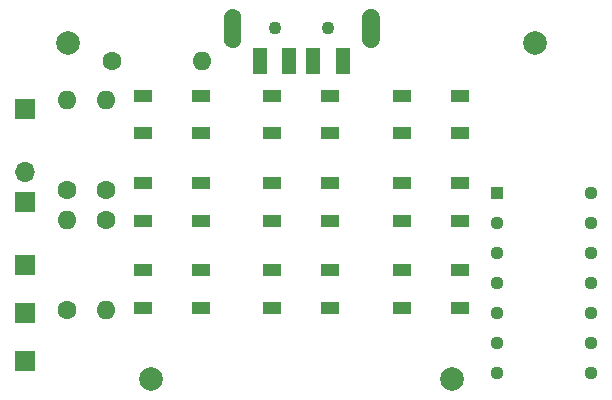
<source format=gbr>
%TF.GenerationSoftware,KiCad,Pcbnew,(6.0.5)*%
%TF.CreationDate,2022-11-09T18:14:35+05:30*%
%TF.ProjectId,USBNightLightV1,5553424e-6967-4687-944c-696768745631,rev?*%
%TF.SameCoordinates,Original*%
%TF.FileFunction,Soldermask,Top*%
%TF.FilePolarity,Negative*%
%FSLAX46Y46*%
G04 Gerber Fmt 4.6, Leading zero omitted, Abs format (unit mm)*
G04 Created by KiCad (PCBNEW (6.0.5)) date 2022-11-09 18:14:35*
%MOMM*%
%LPD*%
G01*
G04 APERTURE LIST*
%ADD10C,0.001000*%
%ADD11R,1.500000X1.000000*%
%ADD12C,2.000000*%
%ADD13R,1.700000X1.700000*%
%ADD14O,1.700000X1.700000*%
%ADD15C,1.600000*%
%ADD16O,1.600000X1.600000*%
%ADD17R,1.130000X1.130000*%
%ADD18C,1.130000*%
%ADD19C,1.100000*%
%ADD20C,0.700000*%
%ADD21R,1.200000X2.300000*%
G04 APERTURE END LIST*
%TO.C,J1*%
G36*
X149456025Y-68797100D02*
G01*
X149492025Y-68800100D01*
X149529025Y-68805100D01*
X149565025Y-68811100D01*
X149600025Y-68820100D01*
X149635025Y-68830100D01*
X149670025Y-68842100D01*
X149704025Y-68857100D01*
X149737025Y-68872100D01*
X149769025Y-68890100D01*
X149800025Y-68909100D01*
X149830025Y-68930100D01*
X149860025Y-68952100D01*
X149887025Y-68976100D01*
X149914025Y-69001100D01*
X149939025Y-69028100D01*
X149963025Y-69055100D01*
X149985025Y-69085100D01*
X150006025Y-69115100D01*
X150025025Y-69146100D01*
X150043025Y-69178100D01*
X150058025Y-69211100D01*
X150073025Y-69245100D01*
X150085025Y-69280100D01*
X150095025Y-69315100D01*
X150104025Y-69350100D01*
X150110025Y-69386100D01*
X150115025Y-69423100D01*
X150118025Y-69459100D01*
X150119025Y-69496100D01*
X150119025Y-71296100D01*
X150118025Y-71333100D01*
X150115025Y-71369100D01*
X150110025Y-71406100D01*
X150104025Y-71442100D01*
X150095025Y-71477100D01*
X150085025Y-71512100D01*
X150073025Y-71547100D01*
X150058025Y-71581100D01*
X150043025Y-71614100D01*
X150025025Y-71646100D01*
X150006025Y-71677100D01*
X149985025Y-71707100D01*
X149963025Y-71737100D01*
X149939025Y-71764100D01*
X149914025Y-71791100D01*
X149887025Y-71816100D01*
X149860025Y-71840100D01*
X149830025Y-71862100D01*
X149800025Y-71883100D01*
X149769025Y-71902100D01*
X149737025Y-71920100D01*
X149704025Y-71935100D01*
X149670025Y-71950100D01*
X149635025Y-71962100D01*
X149600025Y-71972100D01*
X149565025Y-71981100D01*
X149529025Y-71987100D01*
X149492025Y-71992100D01*
X149456025Y-71995100D01*
X149419025Y-71996100D01*
X149382025Y-71995100D01*
X149346025Y-71992100D01*
X149309025Y-71987100D01*
X149273025Y-71981100D01*
X149238025Y-71972100D01*
X149203025Y-71962100D01*
X149168025Y-71950100D01*
X149134025Y-71935100D01*
X149101025Y-71920100D01*
X149069025Y-71902100D01*
X149038025Y-71883100D01*
X149008025Y-71862100D01*
X148978025Y-71840100D01*
X148951025Y-71816100D01*
X148924025Y-71791100D01*
X148899025Y-71764100D01*
X148875025Y-71737100D01*
X148853025Y-71707100D01*
X148832025Y-71677100D01*
X148813025Y-71646100D01*
X148795025Y-71614100D01*
X148780025Y-71581100D01*
X148765025Y-71547100D01*
X148753025Y-71512100D01*
X148743025Y-71477100D01*
X148734025Y-71442100D01*
X148728025Y-71406100D01*
X148723025Y-71369100D01*
X148720025Y-71333100D01*
X148719025Y-71296100D01*
X148719025Y-69496100D01*
X148720025Y-69459100D01*
X148723025Y-69423100D01*
X148728025Y-69386100D01*
X148734025Y-69350100D01*
X148743025Y-69315100D01*
X148753025Y-69280100D01*
X148765025Y-69245100D01*
X148780025Y-69211100D01*
X148795025Y-69178100D01*
X148813025Y-69146100D01*
X148832025Y-69115100D01*
X148853025Y-69085100D01*
X148875025Y-69055100D01*
X148899025Y-69028100D01*
X148924025Y-69001100D01*
X148951025Y-68976100D01*
X148978025Y-68952100D01*
X149008025Y-68930100D01*
X149038025Y-68909100D01*
X149069025Y-68890100D01*
X149101025Y-68872100D01*
X149134025Y-68857100D01*
X149168025Y-68842100D01*
X149203025Y-68830100D01*
X149238025Y-68820100D01*
X149273025Y-68811100D01*
X149309025Y-68805100D01*
X149346025Y-68800100D01*
X149382025Y-68797100D01*
X149419025Y-68796100D01*
X149456025Y-68797100D01*
G37*
D10*
X149456025Y-68797100D02*
X149492025Y-68800100D01*
X149529025Y-68805100D01*
X149565025Y-68811100D01*
X149600025Y-68820100D01*
X149635025Y-68830100D01*
X149670025Y-68842100D01*
X149704025Y-68857100D01*
X149737025Y-68872100D01*
X149769025Y-68890100D01*
X149800025Y-68909100D01*
X149830025Y-68930100D01*
X149860025Y-68952100D01*
X149887025Y-68976100D01*
X149914025Y-69001100D01*
X149939025Y-69028100D01*
X149963025Y-69055100D01*
X149985025Y-69085100D01*
X150006025Y-69115100D01*
X150025025Y-69146100D01*
X150043025Y-69178100D01*
X150058025Y-69211100D01*
X150073025Y-69245100D01*
X150085025Y-69280100D01*
X150095025Y-69315100D01*
X150104025Y-69350100D01*
X150110025Y-69386100D01*
X150115025Y-69423100D01*
X150118025Y-69459100D01*
X150119025Y-69496100D01*
X150119025Y-71296100D01*
X150118025Y-71333100D01*
X150115025Y-71369100D01*
X150110025Y-71406100D01*
X150104025Y-71442100D01*
X150095025Y-71477100D01*
X150085025Y-71512100D01*
X150073025Y-71547100D01*
X150058025Y-71581100D01*
X150043025Y-71614100D01*
X150025025Y-71646100D01*
X150006025Y-71677100D01*
X149985025Y-71707100D01*
X149963025Y-71737100D01*
X149939025Y-71764100D01*
X149914025Y-71791100D01*
X149887025Y-71816100D01*
X149860025Y-71840100D01*
X149830025Y-71862100D01*
X149800025Y-71883100D01*
X149769025Y-71902100D01*
X149737025Y-71920100D01*
X149704025Y-71935100D01*
X149670025Y-71950100D01*
X149635025Y-71962100D01*
X149600025Y-71972100D01*
X149565025Y-71981100D01*
X149529025Y-71987100D01*
X149492025Y-71992100D01*
X149456025Y-71995100D01*
X149419025Y-71996100D01*
X149382025Y-71995100D01*
X149346025Y-71992100D01*
X149309025Y-71987100D01*
X149273025Y-71981100D01*
X149238025Y-71972100D01*
X149203025Y-71962100D01*
X149168025Y-71950100D01*
X149134025Y-71935100D01*
X149101025Y-71920100D01*
X149069025Y-71902100D01*
X149038025Y-71883100D01*
X149008025Y-71862100D01*
X148978025Y-71840100D01*
X148951025Y-71816100D01*
X148924025Y-71791100D01*
X148899025Y-71764100D01*
X148875025Y-71737100D01*
X148853025Y-71707100D01*
X148832025Y-71677100D01*
X148813025Y-71646100D01*
X148795025Y-71614100D01*
X148780025Y-71581100D01*
X148765025Y-71547100D01*
X148753025Y-71512100D01*
X148743025Y-71477100D01*
X148734025Y-71442100D01*
X148728025Y-71406100D01*
X148723025Y-71369100D01*
X148720025Y-71333100D01*
X148719025Y-71296100D01*
X148719025Y-69496100D01*
X148720025Y-69459100D01*
X148723025Y-69423100D01*
X148728025Y-69386100D01*
X148734025Y-69350100D01*
X148743025Y-69315100D01*
X148753025Y-69280100D01*
X148765025Y-69245100D01*
X148780025Y-69211100D01*
X148795025Y-69178100D01*
X148813025Y-69146100D01*
X148832025Y-69115100D01*
X148853025Y-69085100D01*
X148875025Y-69055100D01*
X148899025Y-69028100D01*
X148924025Y-69001100D01*
X148951025Y-68976100D01*
X148978025Y-68952100D01*
X149008025Y-68930100D01*
X149038025Y-68909100D01*
X149069025Y-68890100D01*
X149101025Y-68872100D01*
X149134025Y-68857100D01*
X149168025Y-68842100D01*
X149203025Y-68830100D01*
X149238025Y-68820100D01*
X149273025Y-68811100D01*
X149309025Y-68805100D01*
X149346025Y-68800100D01*
X149382025Y-68797100D01*
X149419025Y-68796100D01*
X149456025Y-68797100D01*
G36*
X137756025Y-68797100D02*
G01*
X137792025Y-68800100D01*
X137829025Y-68805100D01*
X137865025Y-68811100D01*
X137900025Y-68820100D01*
X137935025Y-68830100D01*
X137970025Y-68842100D01*
X138004025Y-68857100D01*
X138037025Y-68872100D01*
X138069025Y-68890100D01*
X138100025Y-68909100D01*
X138130025Y-68930100D01*
X138160025Y-68952100D01*
X138187025Y-68976100D01*
X138214025Y-69001100D01*
X138239025Y-69028100D01*
X138263025Y-69055100D01*
X138285025Y-69085100D01*
X138306025Y-69115100D01*
X138325025Y-69146100D01*
X138343025Y-69178100D01*
X138358025Y-69211100D01*
X138373025Y-69245100D01*
X138385025Y-69280100D01*
X138395025Y-69315100D01*
X138404025Y-69350100D01*
X138410025Y-69386100D01*
X138415025Y-69423100D01*
X138418025Y-69459100D01*
X138419025Y-69496100D01*
X138419025Y-71296100D01*
X138418025Y-71333100D01*
X138415025Y-71369100D01*
X138410025Y-71406100D01*
X138404025Y-71442100D01*
X138395025Y-71477100D01*
X138385025Y-71512100D01*
X138373025Y-71547100D01*
X138358025Y-71581100D01*
X138343025Y-71614100D01*
X138325025Y-71646100D01*
X138306025Y-71677100D01*
X138285025Y-71707100D01*
X138263025Y-71737100D01*
X138239025Y-71764100D01*
X138214025Y-71791100D01*
X138187025Y-71816100D01*
X138160025Y-71840100D01*
X138130025Y-71862100D01*
X138100025Y-71883100D01*
X138069025Y-71902100D01*
X138037025Y-71920100D01*
X138004025Y-71935100D01*
X137970025Y-71950100D01*
X137935025Y-71962100D01*
X137900025Y-71972100D01*
X137865025Y-71981100D01*
X137829025Y-71987100D01*
X137792025Y-71992100D01*
X137756025Y-71995100D01*
X137719025Y-71996100D01*
X137682025Y-71995100D01*
X137646025Y-71992100D01*
X137609025Y-71987100D01*
X137573025Y-71981100D01*
X137538025Y-71972100D01*
X137503025Y-71962100D01*
X137468025Y-71950100D01*
X137434025Y-71935100D01*
X137401025Y-71920100D01*
X137369025Y-71902100D01*
X137338025Y-71883100D01*
X137308025Y-71862100D01*
X137278025Y-71840100D01*
X137251025Y-71816100D01*
X137224025Y-71791100D01*
X137199025Y-71764100D01*
X137175025Y-71737100D01*
X137153025Y-71707100D01*
X137132025Y-71677100D01*
X137113025Y-71646100D01*
X137095025Y-71614100D01*
X137080025Y-71581100D01*
X137065025Y-71547100D01*
X137053025Y-71512100D01*
X137043025Y-71477100D01*
X137034025Y-71442100D01*
X137028025Y-71406100D01*
X137023025Y-71369100D01*
X137020025Y-71333100D01*
X137019025Y-71296100D01*
X137019025Y-69496100D01*
X137020025Y-69459100D01*
X137023025Y-69423100D01*
X137028025Y-69386100D01*
X137034025Y-69350100D01*
X137043025Y-69315100D01*
X137053025Y-69280100D01*
X137065025Y-69245100D01*
X137080025Y-69211100D01*
X137095025Y-69178100D01*
X137113025Y-69146100D01*
X137132025Y-69115100D01*
X137153025Y-69085100D01*
X137175025Y-69055100D01*
X137199025Y-69028100D01*
X137224025Y-69001100D01*
X137251025Y-68976100D01*
X137278025Y-68952100D01*
X137308025Y-68930100D01*
X137338025Y-68909100D01*
X137369025Y-68890100D01*
X137401025Y-68872100D01*
X137434025Y-68857100D01*
X137468025Y-68842100D01*
X137503025Y-68830100D01*
X137538025Y-68820100D01*
X137573025Y-68811100D01*
X137609025Y-68805100D01*
X137646025Y-68800100D01*
X137682025Y-68797100D01*
X137719025Y-68796100D01*
X137756025Y-68797100D01*
G37*
X137756025Y-68797100D02*
X137792025Y-68800100D01*
X137829025Y-68805100D01*
X137865025Y-68811100D01*
X137900025Y-68820100D01*
X137935025Y-68830100D01*
X137970025Y-68842100D01*
X138004025Y-68857100D01*
X138037025Y-68872100D01*
X138069025Y-68890100D01*
X138100025Y-68909100D01*
X138130025Y-68930100D01*
X138160025Y-68952100D01*
X138187025Y-68976100D01*
X138214025Y-69001100D01*
X138239025Y-69028100D01*
X138263025Y-69055100D01*
X138285025Y-69085100D01*
X138306025Y-69115100D01*
X138325025Y-69146100D01*
X138343025Y-69178100D01*
X138358025Y-69211100D01*
X138373025Y-69245100D01*
X138385025Y-69280100D01*
X138395025Y-69315100D01*
X138404025Y-69350100D01*
X138410025Y-69386100D01*
X138415025Y-69423100D01*
X138418025Y-69459100D01*
X138419025Y-69496100D01*
X138419025Y-71296100D01*
X138418025Y-71333100D01*
X138415025Y-71369100D01*
X138410025Y-71406100D01*
X138404025Y-71442100D01*
X138395025Y-71477100D01*
X138385025Y-71512100D01*
X138373025Y-71547100D01*
X138358025Y-71581100D01*
X138343025Y-71614100D01*
X138325025Y-71646100D01*
X138306025Y-71677100D01*
X138285025Y-71707100D01*
X138263025Y-71737100D01*
X138239025Y-71764100D01*
X138214025Y-71791100D01*
X138187025Y-71816100D01*
X138160025Y-71840100D01*
X138130025Y-71862100D01*
X138100025Y-71883100D01*
X138069025Y-71902100D01*
X138037025Y-71920100D01*
X138004025Y-71935100D01*
X137970025Y-71950100D01*
X137935025Y-71962100D01*
X137900025Y-71972100D01*
X137865025Y-71981100D01*
X137829025Y-71987100D01*
X137792025Y-71992100D01*
X137756025Y-71995100D01*
X137719025Y-71996100D01*
X137682025Y-71995100D01*
X137646025Y-71992100D01*
X137609025Y-71987100D01*
X137573025Y-71981100D01*
X137538025Y-71972100D01*
X137503025Y-71962100D01*
X137468025Y-71950100D01*
X137434025Y-71935100D01*
X137401025Y-71920100D01*
X137369025Y-71902100D01*
X137338025Y-71883100D01*
X137308025Y-71862100D01*
X137278025Y-71840100D01*
X137251025Y-71816100D01*
X137224025Y-71791100D01*
X137199025Y-71764100D01*
X137175025Y-71737100D01*
X137153025Y-71707100D01*
X137132025Y-71677100D01*
X137113025Y-71646100D01*
X137095025Y-71614100D01*
X137080025Y-71581100D01*
X137065025Y-71547100D01*
X137053025Y-71512100D01*
X137043025Y-71477100D01*
X137034025Y-71442100D01*
X137028025Y-71406100D01*
X137023025Y-71369100D01*
X137020025Y-71333100D01*
X137019025Y-71296100D01*
X137019025Y-69496100D01*
X137020025Y-69459100D01*
X137023025Y-69423100D01*
X137028025Y-69386100D01*
X137034025Y-69350100D01*
X137043025Y-69315100D01*
X137053025Y-69280100D01*
X137065025Y-69245100D01*
X137080025Y-69211100D01*
X137095025Y-69178100D01*
X137113025Y-69146100D01*
X137132025Y-69115100D01*
X137153025Y-69085100D01*
X137175025Y-69055100D01*
X137199025Y-69028100D01*
X137224025Y-69001100D01*
X137251025Y-68976100D01*
X137278025Y-68952100D01*
X137308025Y-68930100D01*
X137338025Y-68909100D01*
X137369025Y-68890100D01*
X137401025Y-68872100D01*
X137434025Y-68857100D01*
X137468025Y-68842100D01*
X137503025Y-68830100D01*
X137538025Y-68820100D01*
X137573025Y-68811100D01*
X137609025Y-68805100D01*
X137646025Y-68800100D01*
X137682025Y-68797100D01*
X137719025Y-68796100D01*
X137756025Y-68797100D01*
%TD*%
D11*
%TO.C,D5*%
X146019000Y-86713000D03*
X146019000Y-83513000D03*
X141119000Y-83513000D03*
X141119000Y-86713000D03*
%TD*%
D12*
%TO.C,REF\u002A\u002A*%
X123816000Y-71628000D03*
%TD*%
D11*
%TO.C,D3*%
X156978000Y-79313000D03*
X156978000Y-76113000D03*
X152078000Y-76113000D03*
X152078000Y-79313000D03*
%TD*%
D13*
%TO.C,J5*%
X120142000Y-85095000D03*
D14*
X120142000Y-82555000D03*
%TD*%
D11*
%TO.C,D4*%
X135060000Y-86713000D03*
X135060000Y-83513000D03*
X130160000Y-83513000D03*
X130160000Y-86713000D03*
%TD*%
D12*
%TO.C,REF\u002A\u002A*%
X163322000Y-71628000D03*
%TD*%
D11*
%TO.C,D8*%
X146019000Y-94113000D03*
X146019000Y-90913000D03*
X141119000Y-90913000D03*
X141119000Y-94113000D03*
%TD*%
%TO.C,D2*%
X146019000Y-79313000D03*
X146019000Y-76113000D03*
X141119000Y-76113000D03*
X141119000Y-79313000D03*
%TD*%
D15*
%TO.C,R3*%
X127000000Y-84074000D03*
D16*
X127000000Y-76454000D03*
%TD*%
D13*
%TO.C,J4*%
X120142000Y-94488000D03*
%TD*%
D17*
%TO.C,IC1*%
X160114000Y-84328000D03*
D18*
X160114000Y-86868000D03*
X160114000Y-89408000D03*
X160114000Y-91948000D03*
X160114000Y-94488000D03*
X160114000Y-97028000D03*
X160114000Y-99568000D03*
X168054000Y-99568000D03*
X168054000Y-97028000D03*
X168054000Y-94488000D03*
X168054000Y-91948000D03*
X168054000Y-89408000D03*
X168054000Y-86868000D03*
X168054000Y-84328000D03*
%TD*%
D13*
%TO.C,J3*%
X120142000Y-90424000D03*
%TD*%
D15*
%TO.C,R4*%
X123698000Y-94234000D03*
D16*
X123698000Y-86614000D03*
%TD*%
D13*
%TO.C,J2*%
X120142000Y-77216000D03*
%TD*%
D11*
%TO.C,D9*%
X156978000Y-94113000D03*
X156978000Y-90913000D03*
X152078000Y-90913000D03*
X152078000Y-94113000D03*
%TD*%
%TO.C,D6*%
X156978000Y-86713000D03*
X156978000Y-83513000D03*
X152078000Y-83513000D03*
X152078000Y-86713000D03*
%TD*%
D15*
%TO.C,R2*%
X123698000Y-84074000D03*
D16*
X123698000Y-76454000D03*
%TD*%
D15*
%TO.C,R5*%
X127508000Y-73152000D03*
D16*
X135128000Y-73152000D03*
%TD*%
D19*
%TO.C,J1*%
X145819025Y-70396100D03*
X141319025Y-70396100D03*
D20*
X137719025Y-70396100D03*
X149419025Y-70396100D03*
D21*
X140069025Y-73146100D03*
X142569025Y-73146100D03*
X144569025Y-73146100D03*
X147069025Y-73146100D03*
%TD*%
D12*
%TO.C,REF\u002A\u002A*%
X130819000Y-100076000D03*
%TD*%
D11*
%TO.C,D1*%
X135060000Y-79313000D03*
X135060000Y-76113000D03*
X130160000Y-76113000D03*
X130160000Y-79313000D03*
%TD*%
%TO.C,D7*%
X135060000Y-94113000D03*
X135060000Y-90913000D03*
X130160000Y-90913000D03*
X130160000Y-94113000D03*
%TD*%
D12*
%TO.C,REF\u002A\u002A*%
X156319000Y-100076000D03*
%TD*%
D13*
%TO.C,J6*%
X120142000Y-98552000D03*
%TD*%
D15*
%TO.C,R1*%
X127000000Y-86614000D03*
D16*
X127000000Y-94234000D03*
%TD*%
M02*

</source>
